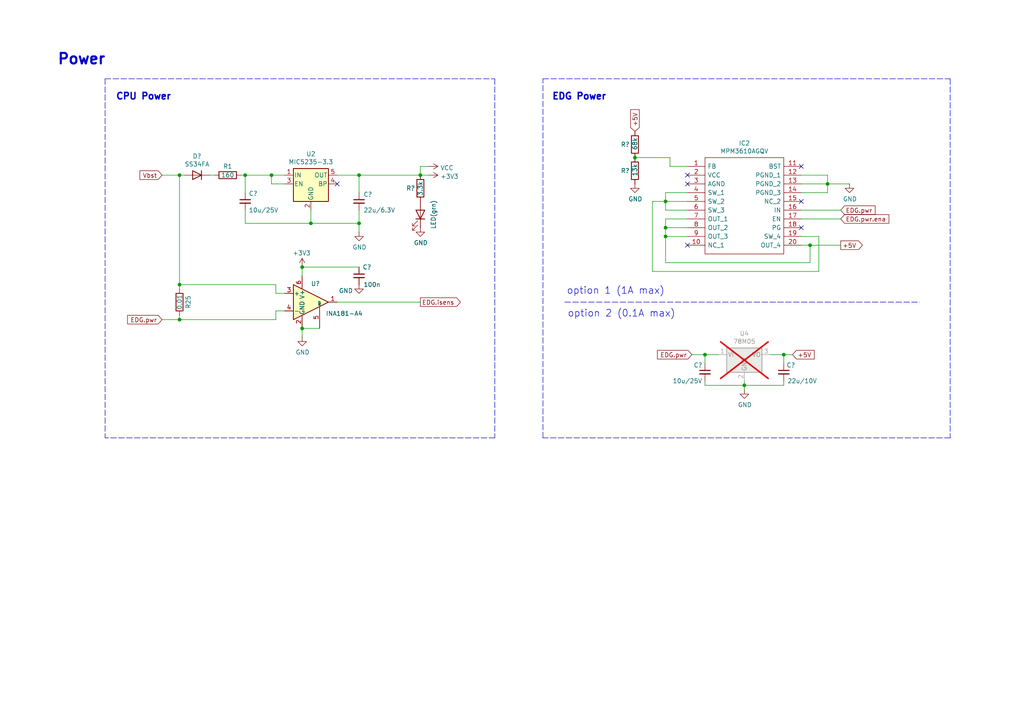
<source format=kicad_sch>
(kicad_sch (version 20250114) (generator "eeschema") (generator_version "9.0")
  (paper "A4")
  (title_block (title "RTB C13 Module") (date "2025-10-14") (rev "3") (company "Frank Schumacher") (comment 1 "Track Sensor"))
  (lib_symbols
    (symbol "Amplifier_Current:INA181" (pin_names (offset 0.127))
      (property "Reference" "U" (at 3.81 3.81 0))
      (property "Value" "INA181" (at 3.81 -2.54 0))
      (symbol "INA181_0_1"
        (polyline (pts (xy 5.08 0) (xy -5.08 5.08) (xy -5.08 -5.08) (xy 5.08 0)) (stroke (width 0.254)) (fill (type background)))
      )
      (symbol "INA181_1_1"
        (pin input line (at -7.62 2.54 0) (length 2.54) (name "+") (number "3"))
        (pin input line (at -7.62 -2.54 0) (length 2.54) (name "-") (number "4"))
        (pin power_in line (at -2.54 7.62 270) (length 3.81) (name "V+") (number "6"))
        (pin power_in line (at -2.54 -7.62 90) (length 3.81) (name "GND") (number "2"))
        (pin input line (at 2.54 -7.62 90) (length 6.35) (name "REF") (number "5"))
        (pin output line (at 7.62 0 180) (length 2.54) (name "~") (number "1"))
      )
    )
    (symbol "Device:C_Small" (pin_numbers (hide yes)) (pin_names (offset 0.254) (hide yes))
      (property "Reference" "C" (at 0.254 1.778 0))
      (property "Value" "C_Small" (at 0.254 -2.032 0))
      (symbol "C_Small_0_1"
        (polyline (pts (xy -1.524 0.508) (xy 1.524 0.508)) (stroke (width 0.3048)))
        (polyline (pts (xy -1.524 -0.508) (xy 1.524 -0.508)) (stroke (width 0.3302)))
      )
      (symbol "C_Small_1_1"
        (pin passive line (at 0 2.54 270) (length 2.032) (name "~") (number "1"))
        (pin passive line (at 0 -2.54 90) (length 2.032) (name "~") (number "2"))
      )
    )
    (symbol "Device:D" (pin_numbers (hide yes)) (pin_names (offset 1.016) (hide yes))
      (property "Reference" "D" (at 0 2.54 0))
      (property "Value" "D" (at 0 -2.54 0))
      (symbol "D_0_1"
        (polyline (pts (xy -1.27 1.27) (xy -1.27 -1.27)) (stroke (width 0.254)))
        (polyline (pts (xy 1.27 1.27) (xy 1.27 -1.27) (xy -1.27 0) (xy 1.27 1.27)) (stroke (width 0.254)))
        (polyline (pts (xy 1.27 0) (xy -1.27 0)))
      )
      (symbol "D_1_1"
        (pin passive line (at -3.81 0 0) (length 2.54) (name "K") (number "1"))
        (pin passive line (at 3.81 0 180) (length 2.54) (name "A") (number "2"))
      )
    )
    (symbol "Device:LED" (pin_numbers (hide yes)) (pin_names (offset 1.016) (hide yes))
      (property "Reference" "D" (at 0 2.54 0))
      (property "Value" "LED" (at 0 -2.54 0))
      (symbol "LED_0_1"
        (polyline (pts (xy -3.048 -0.762) (xy -4.572 -2.286) (xy -3.81 -2.286) (xy -4.572 -2.286) (xy -4.572 -1.524)))
        (polyline (pts (xy -1.778 -0.762) (xy -3.302 -2.286) (xy -2.54 -2.286) (xy -3.302 -2.286) (xy -3.302 -1.524)))
        (polyline (pts (xy -1.27 0) (xy 1.27 0)))
        (polyline (pts (xy -1.27 -1.27) (xy -1.27 1.27)) (stroke (width 0.254)))
        (polyline (pts (xy 1.27 -1.27) (xy 1.27 1.27) (xy -1.27 0) (xy 1.27 -1.27)) (stroke (width 0.254)))
      )
      (symbol "LED_1_1"
        (pin passive line (at -3.81 0 0) (length 2.54) (name "K") (number "1"))
        (pin passive line (at 3.81 0 180) (length 2.54) (name "A") (number "2"))
      )
    )
    (symbol "Device:R" (pin_numbers (hide yes)) (pin_names (offset 0))
      (property "Reference" "R" (at 2.032 0 90))
      (property "Value" "R" (at 0 0 90))
      (symbol "R_0_1"
        (rectangle (start -1.016 -2.54) (end 1.016 2.54) (stroke (width 0.254)))
      )
      (symbol "R_1_1"
        (pin passive line (at 0 3.81 270) (length 1.27) (name "~") (number "1"))
        (pin passive line (at 0 -3.81 90) (length 1.27) (name "~") (number "2"))
      )
    )
    (symbol "RTB:MPM3610AGQV-P" (pin_names (offset 0.762))
      (property "Reference" "IC" (at 29.21 7.62 0))
      (property "Value" "MPM3610AGQV-P" (at 29.21 5.08 0))
      (symbol "MPM3610AGQV-P_0_0"
        (pin passive line (at 0 0 0) (length 5.08) (name "FB") (number "1"))
        (pin passive line (at 0 -2.54 0) (length 5.08) (name "VCC") (number "2"))
        (pin passive line (at 0 -5.08 0) (length 5.08) (name "AGND") (number "3"))
        (pin passive line (at 0 -7.62 0) (length 5.08) (name "SW_1") (number "4"))
        (pin passive line (at 0 -10.16 0) (length 5.08) (name "SW_2") (number "5"))
        (pin passive line (at 0 -12.7 0) (length 5.08) (name "SW_3") (number "6"))
        (pin passive line (at 0 -15.24 0) (length 5.08) (name "OUT_1") (number "7"))
        (pin passive line (at 0 -17.78 0) (length 5.08) (name "OUT_2") (number "8"))
        (pin passive line (at 0 -20.32 0) (length 5.08) (name "OUT_3") (number "9"))
        (pin passive line (at 0 -22.86 0) (length 5.08) (name "NC_1") (number "10"))
        (pin passive line (at 33.02 0 180) (length 5.08) (name "BST") (number "11"))
        (pin passive line (at 33.02 -2.54 180) (length 5.08) (name "PGND_1") (number "12"))
        (pin passive line (at 33.02 -5.08 180) (length 5.08) (name "PGND_2") (number "13"))
        (pin passive line (at 33.02 -7.62 180) (length 5.08) (name "PGND_3") (number "14"))
        (pin passive line (at 33.02 -10.16 180) (length 5.08) (name "NC_2") (number "15"))
        (pin passive line (at 33.02 -12.7 180) (length 5.08) (name "IN") (number "16"))
        (pin passive line (at 33.02 -15.24 180) (length 5.08) (name "EN") (number "17"))
        (pin passive line (at 33.02 -17.78 180) (length 5.08) (name "PG") (number "18"))
        (pin passive line (at 33.02 -20.32 180) (length 5.08) (name "SW_4") (number "19"))
        (pin passive line (at 33.02 -22.86 180) (length 5.08) (name "OUT_4") (number "20"))
      )
      (symbol "MPM3610AGQV-P_0_1"
        (polyline (pts (xy 5.08 2.54) (xy 27.94 2.54) (xy 27.94 -25.4) (xy 5.08 -25.4) (xy 5.08 2.54)) (stroke (width 0.1524)))
      )
    )
    (symbol "Regulator_Linear:KA78M05_TO252" (pin_names (offset 0.254))
      (property "Reference" "U" (at -3.81 3.175 0))
      (property "Value" "KA78M05_TO252" (at 0 3.175 0))
      (symbol "KA78M05_TO252_0_1"
        (rectangle (start -5.08 1.905) (end 5.08 -5.08) (stroke (width 0.254)) (fill (type background)))
      )
      (symbol "KA78M05_TO252_1_1"
        (pin power_in line (at -7.62 0 0) (length 2.54) (name "VI") (number "1"))
        (pin power_in line (at 0 -7.62 90) (length 2.54) (name "GND") (number "2"))
        (pin power_out line (at 7.62 0 180) (length 2.54) (name "VO") (number "3"))
      )
    )
    (symbol "Regulator_Linear:MIC5205-3.3YM5" (pin_names (offset 0.254))
      (property "Reference" "U" (at -3.81 5.715 0))
      (property "Value" "MIC5205-3.3YM5" (at 0 5.715 0))
      (symbol "MIC5205-3.3YM5_0_1"
        (rectangle (start -5.08 4.445) (end 5.08 -5.08) (stroke (width 0.254)) (fill (type background)))
      )
      (symbol "MIC5205-3.3YM5_1_1"
        (pin power_in line (at -7.62 2.54 0) (length 2.54) (name "IN") (number "1"))
        (pin input line (at -7.62 0 0) (length 2.54) (name "EN") (number "3"))
        (pin power_in line (at 0 -7.62 90) (length 2.54) (name "GND") (number "2"))
        (pin power_out line (at 7.62 2.54 180) (length 2.54) (name "OUT") (number "5"))
        (pin input line (at 7.62 0 180) (length 2.54) (name "BP") (number "4"))
      )
    )
    (symbol "power:+3V3" (power) (pin_numbers (hide yes)) (pin_names (offset 0) (hide yes))
      (property "Value" "+3V3" (at 0 3.556 0))
      (symbol "+3V3_0_1"
        (polyline (pts (xy -0.762 1.27) (xy 0 2.54)))
        (polyline (pts (xy 0 2.54) (xy 0.762 1.27)))
        (polyline (pts (xy 0 0) (xy 0 2.54)))
      )
      (symbol "+3V3_1_1"
        (pin power_in line (at 0 0 90) (length 0) (name "~") (number "1"))
      )
    )
    (symbol "power:GND" (power) (pin_numbers (hide yes)) (pin_names (offset 0) (hide yes))
      (property "Value" "GND" (at 0 -3.81 0))
      (symbol "GND_0_1"
        (polyline (pts (xy 0 0) (xy 0 -1.27) (xy 1.27 -1.27) (xy 0 -2.54) (xy -1.27 -1.27) (xy 0 -1.27)))
      )
      (symbol "GND_1_1"
        (pin power_in line (at 0 0 270) (length 0) (name "~") (number "1"))
      )
    )
    (symbol "power:VCC" (power) (pin_numbers (hide yes)) (pin_names (offset 0) (hide yes))
      (property "Value" "VCC" (at 0 3.556 0))
      (symbol "VCC_0_1"
        (polyline (pts (xy -0.762 1.27) (xy 0 2.54)))
        (polyline (pts (xy 0 2.54) (xy 0.762 1.27)))
        (polyline (pts (xy 0 0) (xy 0 2.54)))
      )
      (symbol "VCC_1_1"
        (pin power_in line (at 0 0 90) (length 0) (name "~") (number "1"))
      )
    )
  )
  (text "EDG Power" (at 160.02 29.21 0) (effects (font (size 1.905 1.905) (thickness 0.4013) (bold yes)) (justify left bottom)))
  (text "option 1 (1A max)" (at 164.338 85.598 0) (effects (font (size 2.0066 2.0066)) (justify left bottom)))
  (text "option 2 (0.1A max)" (at 164.592 92.202 0) (effects (font (size 2.0066 2.0066)) (justify left bottom)))
  (text "Power" (at 16.51 19.05 0) (effects (font (size 3.048 3.048) (thickness 0.5994) (bold yes)) (justify left bottom)))
  (text "CPU Power" (at 33.528 29.21 0) (effects (font (size 1.905 1.905) (thickness 0.4013) (bold yes)) (justify left bottom)))
  (junction (at 227.33 102.87))
  (junction (at 52.07 92.71))
  (junction (at 87.63 77.47))
  (junction (at 90.17 64.77))
  (junction (at 193.04 58.42))
  (junction (at 193.04 66.04))
  (junction (at 87.63 95.25))
  (junction (at 215.9 111.76))
  (junction (at 240.03 53.34))
  (junction (at 52.07 50.8))
  (junction (at 234.95 71.12))
  (junction (at 52.07 82.55))
  (junction (at 193.04 68.58))
  (junction (at 78.74 50.8))
  (junction (at 121.92 50.8))
  (junction (at 184.15 45.72))
  (junction (at 104.14 50.8))
  (junction (at 71.12 50.8))
  (junction (at 104.14 64.77))
  (junction (at 204.47 102.87))
  (no_connect (at 199.39 53.34))
  (no_connect (at 232.41 58.42))
  (no_connect (at 232.41 48.26))
  (no_connect (at 232.41 66.04))
  (no_connect (at 199.39 71.12))
  (no_connect (at 97.79 53.34))
  (no_connect (at 199.39 50.8))
  (wire (pts (xy 240.03 53.34) (xy 246.38 53.34)))
  (wire (pts (xy 234.95 71.12) (xy 243.84 71.12)))
  (wire (pts (xy 184.15 45.72) (xy 194.31 45.72)))
  (wire (pts (xy 237.49 78.74) (xy 237.49 68.58)))
  (wire (pts (xy 52.07 50.8) (xy 52.07 82.55)))
  (wire (pts (xy 121.92 48.26) (xy 124.46 48.26)))
  (wire (pts (xy 204.47 102.87) (xy 204.47 105.41)))
  (wire (pts (xy 52.07 82.55) (xy 52.07 83.82)))
  (wire (pts (xy 78.74 50.8) (xy 82.55 50.8)))
  (wire (pts (xy 193.04 63.5) (xy 199.39 63.5)))
  (wire (pts (xy 193.04 55.88) (xy 199.39 55.88)))
  (wire (pts (xy 80.01 90.17) (xy 80.01 92.71)))
  (wire (pts (xy 46.99 50.8) (xy 52.07 50.8)))
  (wire (pts (xy 227.33 102.87) (xy 229.87 102.87)))
  (polyline (pts (xy 30.48 22.86) (xy 30.48 127)) (stroke (width 0) (type dash)))
  (wire (pts (xy 194.31 45.72) (xy 194.31 48.26)))
  (polyline (pts (xy 275.59 22.86) (xy 275.59 127)) (stroke (width 0) (type dash)))
  (polyline (pts (xy 30.48 22.86) (xy 143.51 22.86)) (stroke (width 0) (type dash)))
  (wire (pts (xy 240.03 53.34) (xy 240.03 55.88)))
  (polyline (pts (xy 275.59 127) (xy 157.48 127)) (stroke (width 0) (type dash)))
  (wire (pts (xy 193.04 66.04) (xy 193.04 63.5)))
  (wire (pts (xy 97.79 50.8) (xy 104.14 50.8)))
  (wire (pts (xy 204.47 110.49) (xy 204.47 111.76)))
  (wire (pts (xy 80.01 82.55) (xy 80.01 85.09)))
  (wire (pts (xy 232.41 50.8) (xy 240.03 50.8)))
  (polyline (pts (xy 163.83 87.63) (xy 266.7 87.63)) (stroke (width 0) (type dash)))
  (wire (pts (xy 232.41 60.96) (xy 243.84 60.96)))
  (wire (pts (xy 215.9 111.76) (xy 227.33 111.76)))
  (wire (pts (xy 193.04 68.58) (xy 193.04 76.2)))
  (wire (pts (xy 71.12 55.88) (xy 71.12 50.8)))
  (wire (pts (xy 97.79 87.63) (xy 121.92 87.63)))
  (wire (pts (xy 71.12 64.77) (xy 90.17 64.77)))
  (wire (pts (xy 237.49 68.58) (xy 232.41 68.58)))
  (wire (pts (xy 87.63 95.25) (xy 92.71 95.25)))
  (wire (pts (xy 240.03 50.8) (xy 240.03 53.34)))
  (wire (pts (xy 189.23 78.74) (xy 237.49 78.74)))
  (wire (pts (xy 87.63 97.79) (xy 87.63 95.25)))
  (wire (pts (xy 46.99 92.71) (xy 52.07 92.71)))
  (wire (pts (xy 80.01 92.71) (xy 52.07 92.71)))
  (wire (pts (xy 193.04 58.42) (xy 193.04 55.88)))
  (wire (pts (xy 90.17 64.77) (xy 104.14 64.77)))
  (wire (pts (xy 243.84 63.5) (xy 232.41 63.5)))
  (wire (pts (xy 90.17 60.96) (xy 90.17 64.77)))
  (wire (pts (xy 193.04 76.2) (xy 234.95 76.2)))
  (wire (pts (xy 227.33 110.49) (xy 227.33 111.76)))
  (wire (pts (xy 215.9 111.76) (xy 215.9 113.03)))
  (wire (pts (xy 240.03 55.88) (xy 232.41 55.88)))
  (wire (pts (xy 82.55 90.17) (xy 80.01 90.17)))
  (wire (pts (xy 87.63 77.47) (xy 104.14 77.47)))
  (wire (pts (xy 189.23 58.42) (xy 189.23 78.74)))
  (wire (pts (xy 69.85 50.8) (xy 71.12 50.8)))
  (polyline (pts (xy 157.48 127) (xy 157.48 22.86)) (stroke (width 0) (type dash)))
  (wire (pts (xy 199.39 58.42) (xy 193.04 58.42)))
  (wire (pts (xy 223.52 102.87) (xy 227.33 102.87)))
  (wire (pts (xy 52.07 50.8) (xy 53.34 50.8)))
  (wire (pts (xy 52.07 82.55) (xy 80.01 82.55)))
  (wire (pts (xy 194.31 48.26) (xy 199.39 48.26)))
  (wire (pts (xy 204.47 111.76) (xy 215.9 111.76)))
  (wire (pts (xy 121.92 50.8) (xy 124.46 50.8)))
  (wire (pts (xy 193.04 58.42) (xy 189.23 58.42)))
  (wire (pts (xy 193.04 60.96) (xy 193.04 58.42)))
  (wire (pts (xy 80.01 85.09) (xy 82.55 85.09)))
  (wire (pts (xy 204.47 102.87) (xy 208.28 102.87)))
  (polyline (pts (xy 143.51 22.86) (xy 143.51 127)) (stroke (width 0) (type dash)))
  (wire (pts (xy 71.12 50.8) (xy 78.74 50.8)))
  (wire (pts (xy 104.14 64.77) (xy 104.14 67.31)))
  (polyline (pts (xy 143.51 127) (xy 30.48 127)) (stroke (width 0) (type dash)))
  (wire (pts (xy 104.14 60.96) (xy 104.14 64.77)))
  (polyline (pts (xy 157.48 22.86) (xy 275.59 22.86)) (stroke (width 0) (type dash)))
  (wire (pts (xy 78.74 53.34) (xy 78.74 50.8)))
  (wire (pts (xy 87.63 77.47) (xy 87.63 80.01)))
  (wire (pts (xy 71.12 60.96) (xy 71.12 64.77)))
  (wire (pts (xy 52.07 91.44) (xy 52.07 92.71)))
  (wire (pts (xy 104.14 55.88) (xy 104.14 50.8)))
  (wire (pts (xy 199.39 60.96) (xy 193.04 60.96)))
  (wire (pts (xy 193.04 68.58) (xy 193.04 66.04)))
  (wire (pts (xy 227.33 102.87) (xy 227.33 105.41)))
  (wire (pts (xy 60.96 50.8) (xy 62.23 50.8)))
  (wire (pts (xy 234.95 76.2) (xy 234.95 71.12)))
  (wire (pts (xy 215.9 110.49) (xy 215.9 111.76)))
  (wire (pts (xy 193.04 66.04) (xy 199.39 66.04)))
  (wire (pts (xy 82.55 53.34) (xy 78.74 53.34)))
  (wire (pts (xy 232.41 53.34) (xy 240.03 53.34)))
  (wire (pts (xy 200.66 102.87) (xy 204.47 102.87)))
  (wire (pts (xy 199.39 68.58) (xy 193.04 68.58)))
  (wire (pts (xy 121.92 50.8) (xy 121.92 48.26)))
  (wire (pts (xy 104.14 50.8) (xy 121.92 50.8)))
  (wire (pts (xy 234.95 71.12) (xy 232.41 71.12)))
  (global_label "Vbst" (shape input) (at 46.99 50.8 180) (property "Intersheetrefs" "${INTERSHEET_REFS}" (effects (hide yes))))
  (global_label "+5V" (shape output) (at 243.84 71.12 0) (property "Intersheetrefs" "${INTERSHEET_REFS}" (effects (hide yes))))
  (global_label "EDG.pwr.ena" (shape input) (at 243.84 63.5 0) (property "Intersheetrefs" "${INTERSHEET_REFS}" (effects (hide yes))))
  (global_label "+5V" (shape input) (at 229.87 102.87 0) (property "Intersheetrefs" "${INTERSHEET_REFS}" (effects (hide yes))))
  (global_label "EDG.pwr" (shape input) (at 243.84 60.96 0) (property "Intersheetrefs" "${INTERSHEET_REFS}" (effects (hide yes))))
  (global_label "+5V" (shape input) (at 184.15 38.1 90) (property "Intersheetrefs" "${INTERSHEET_REFS}" (effects (hide yes))))
  (global_label "EDG.pwr" (shape input) (at 46.99 92.71 180) (property "Intersheetrefs" "${INTERSHEET_REFS}" (effects (hide yes))))
  (global_label "EDG.pwr" (shape input) (at 200.66 102.87 180) (property "Intersheetrefs" "${INTERSHEET_REFS}" (effects (hide yes))))
  (global_label "EDG.isens" (shape output) (at 121.92 87.63 0) (property "Intersheetrefs" "${INTERSHEET_REFS}" (effects (hide yes))))
  (symbol (lib_id "power:GND") (at 104.14 67.31 0) (unit 1)
    (property "Reference" "#PWR0105" (effects (hide yes)))
    (property "Value" "GND" (at 104.267 71.7042 0))
    (instances (project "" (path "" (reference "#PWR?") (unit 1)) (path "" (reference "#PWR0105") (unit 1))))
  )
  (symbol (lib_id "Device:C_Small") (at 104.14 58.42 0) (unit 1)
    (property "Reference" "C12" (at 105.41 56.388 0) (effects (justify left)))
    (property "Value" "22u/6.3V" (at 105.41 60.96 0) (effects (justify left)))
    (property "Footprint" "Capacitor_SMD:C_0805_2012Metric" (effects (hide yes)))
    (property "Description" "22uF 25V X5R ±20% 0805 Multilayer Ceramic Capacitors MLCC - SMD/SMT ROHS" (effects (hide yes)))
    (property "LCSC Part #" "C45783" (effects (hide yes)))
    (instances (project "" (path "" (reference "C?") (unit 1)) (path "" (reference "C12") (unit 1))))
  )
  (symbol (lib_id "Device:D") (at 57.15 50.8 180) (unit 1)
    (property "Reference" "D1" (at 57.15 45.3136 0))
    (property "Value" "SS34FA" (at 57.15 47.625 0))
    (property "Footprint" "Diode_SMD:D_SOD-123F" (effects (hide yes)))
    (property "Description" "-55℃~+125℃ 3A 40V 500uA@40V 550mV@3A 80A SOD-123F Schottky Diodes ROHS" (effects (hide yes)))
    (property "LCSC Part #" "C84632" (effects (hide yes)))
    (instances (project "" (path "" (reference "D?") (unit 1)) (path "" (reference "D1") (unit 1))))
  )
  (symbol (lib_id "Device:LED") (at 121.92 62.23 270) (mirror x) (unit 1) (in_bom no)
    (property "Reference" "D2" (effects (hide yes)))
    (property "Value" "LED(grn)" (at 125.73 62.23 0))
    (property "Footprint" "LED_SMD:LED_0603_1608Metric" (effects (hide yes)))
    (instances (project "" (path "" (reference "D?") (unit 1)) (path "" (reference "D2") (unit 1))))
  )
  (symbol (lib_id "Device:R") (at 121.92 54.61 180) (unit 1)
    (property "Reference" "R72" (at 120.396 54.61 0) (effects (justify left)))
    (property "Value" "3.3k" (at 121.92 52.578 90) (effects (justify left)))
    (property "Footprint" "Resistor_SMD:R_0603_1608Metric" (effects (hide yes)))
    (property "Description" "-55℃~+155℃ 100mW 3.3kΩ 75V Thick Film Resistor ±1% ±100ppm/℃ 0603 Chip Resistor - Surface Mount ROHS" (effects (hide yes)))
    (property "LCSC Part #" "C22978" (effects (hide yes)))
    (instances (project "" (path "" (reference "R?") (unit 1)) (path "" (reference "R72") (unit 1))))
  )
  (symbol (lib_id "Device:C_Small") (at 71.12 58.42 0) (unit 1)
    (property "Reference" "C27" (at 72.136 56.134 0) (effects (justify left)))
    (property "Value" "10u/25V" (at 72.136 60.96 0) (effects (justify left)))
    (property "Footprint" "Capacitor_SMD:C_0805_2012Metric" (effects (hide yes)))
    (property "Description" "10uF 50V X5R ±10% 0805 Multilayer Ceramic Capacitors MLCC - SMD/SMT ROHS" (effects (hide yes)))
    (property "LCSC Part #" "C440198" (effects (hide yes)))
    (instances (project "" (path "" (reference "C?") (unit 1)) (path "" (reference "C27") (unit 1))))
  )
  (symbol (lib_id "power:+3V3") (at 124.46 50.8 270) (unit 1)
    (property "Reference" "#PWR0160" (effects (hide yes)))
    (property "Value" "+3V3" (at 127.7112 51.181 90) (effects (justify left)))
  )
  (symbol (lib_id "power:VCC") (at 124.46 48.26 270) (unit 1)
    (property "Reference" "#PWR0161" (effects (hide yes)))
    (property "Value" "VCC" (at 127.7112 48.6918 90) (effects (justify left)))
  )
  (symbol (lib_id "Regulator_Linear:MIC5205-3.3YM5") (at 90.17 53.34 0) (unit 1)
    (property "Reference" "U2" (at 90.17 44.6532 0))
    (property "Value" "MIC5235-3.3" (at 90.17 46.9646 0))
    (property "Footprint" "Package_TO_SOT_SMD:SOT-23-5" (effects (hide yes)))
    (property "Datasheet" "http://ww1.microchip.com/downloads/en/devicedoc/mic5235.pdf" (effects (hide yes)))
    (property "Description" "-40℃~+125℃@(Tj) 1 150mA 18uA 24V 3.3V 310mV@(150mA) Fixed Over Current Protection Positive SOT-23-5 Voltage Regulators - Linear, Low Drop Out (LDO)" (effects (hide yes)))
    (property "LCSC Part #" "C89886" (effects (hide yes)))
  )
  (symbol (lib_id "Device:R") (at 66.04 50.8 270) (unit 1)
    (property "Reference" "R1" (at 66.04 48.26 90))
    (property "Value" "160" (at 66.04 50.8 90))
    (property "Footprint" "Resistor_SMD:R_0805_2012Metric" (effects (hide yes)))
    (property "Description" "-55℃~+155℃ 125mW 150V 160Ω Thick Film Resistor ±1% ±100ppm/℃ 0805 Chip Resistor - Surface Mount ROHS" (effects (hide yes)))
    (property "LCSC Part #" "C17471" (effects (hide yes)))
  )
  (symbol (lib_id "power:GND") (at 121.92 66.04 0) (unit 1)
    (property "Reference" "#PWR0101" (effects (hide yes)))
    (property "Value" "GND" (at 122.047 70.4342 0))
    (instances (project "" (path "" (reference "#PWR?") (unit 1)) (path "" (reference "#PWR0101") (unit 1))))
  )
  (symbol (lib_id "Device:C_Small") (at 227.33 107.95 0) (unit 1)
    (property "Reference" "C7" (at 228.092 105.918 0) (effects (justify left)))
    (property "Value" "22u/10V" (at 228.346 110.49 0) (effects (justify left)))
    (property "Footprint" "Capacitor_SMD:C_1206_3216Metric" (effects (hide yes)))
    (property "Description" "22uF 25V X5R ±10% 1206 Multilayer Ceramic Capacitors MLCC - SMD/SMT ROHS" (effects (hide yes)))
    (property "LCSC Part #" "C12891" (effects (hide yes)))
    (instances (project "" (path "" (reference "C?") (unit 1)) (path "" (reference "C7") (unit 1))))
  )
  (symbol (lib_id "Device:C_Small") (at 204.47 107.95 0) (unit 1)
    (property "Reference" "C8" (at 201.168 105.918 0) (effects (justify left)))
    (property "Value" "10u/25V" (at 195.072 110.49 0) (effects (justify left)))
    (property "Footprint" "Capacitor_SMD:C_1206_3216Metric" (effects (hide yes)))
    (property "Description" "10uF 50V X5R ±10% 1206 Multilayer Ceramic Capacitors MLCC - SMD/SMT ROHS" (effects (hide yes)))
    (property "LCSC Part #" "C13585" (effects (hide yes)))
    (instances (project "" (path "" (reference "C?") (unit 1)) (path "" (reference "C8") (unit 1))))
  )
  (symbol (lib_id "Device:R") (at 52.07 87.63 180) (unit 1)
    (property "Reference" "R25" (at 54.61 87.63 90))
    (property "Value" "0.01" (at 52.07 87.63 90))
    (property "Footprint" "Resistor_SMD:R_1206_3216Metric" (effects (hide yes)))
    (property "Description" "0.01Ω 1W Current Sense Resistor ±1% ±100ppm/℃ 1206 Current Sense Resistors / Shunt Resistors ROHS" (effects (hide yes)))
    (property "LCSC Part #" "C308574" (effects (hide yes)))
  )
  (symbol (lib_id "Amplifier_Current:INA181") (at 90.17 87.63 0) (unit 1)
    (property "Reference" "U16" (at 90.17 82.296 0) (effects (justify left)))
    (property "Value" "INA181-A4" (at 94.488 90.932 0) (effects (justify left)))
    (property "Footprint" "Package_TO_SOT_SMD:SOT-23-6" (effects (hide yes)))
    (property "Datasheet" "http://www.ti.com/lit/ds/symlink/ina181.pdf" (effects (hide yes)))
    (property "Description" "-200mV~26V -40℃~+125℃ 1 150kHz 200V/V SOT-23-6 Current Sense Amplifiers ROHS" (effects (hide yes)))
    (property "LCSC Part #" "C2058842" (effects (hide yes)))
    (instances (project "" (path "" (reference "U?") (unit 1)) (path "" (reference "U16") (unit 1))))
  )
  (symbol (lib_id "power:GND") (at 87.63 97.79 0) (unit 1)
    (property "Reference" "#PWR0127" (effects (hide yes)))
    (property "Value" "GND" (at 87.757 102.1842 0))
    (instances (project "" (path "" (reference "#PWR?") (unit 1)) (path "" (reference "#PWR0127") (unit 1))))
  )
  (symbol (lib_id "power:+3V3") (at 87.63 77.47 0) (unit 1)
    (property "Reference" "#PWR0132" (effects (hide yes)))
    (property "Value" "+3V3" (at 84.836 73.406 0) (effects (justify left)))
  )
  (symbol (lib_id "Device:C_Small") (at 104.14 80.01 0) (unit 1)
    (property "Reference" "C10" (at 105.156 77.47 0) (effects (justify left)))
    (property "Value" "100n" (at 105.41 82.55 0) (effects (justify left)))
    (property "Footprint" "Capacitor_SMD:C_0402_1005Metric" (effects (hide yes)))
    (property "Description" "100nF 16V X7R ±10% 0402 Multilayer Ceramic Capacitors MLCC - SMD/SMT ROHS" (effects (hide yes)))
    (property "LCSC Part #" "C1525" (effects (hide yes)))
    (instances (project "" (path "" (reference "C?") (unit 1)) (path "" (reference "C10") (unit 1))))
  )
  (symbol (lib_id "RTB:MPM3610AGQV-P") (at 199.39 48.26 0) (unit 1)
    (property "Reference" "IC2" (at 215.9 41.529 0))
    (property "Value" "MPM3610AGQV" (at 215.9 43.8404 0))
    (property "Footprint" "RTB:MPM3610AGQVP" (effects (hide yes)))
    (property "Datasheet" "https://www.monolithicpower.com/pub/media/document/MPM3610A_r1.0.pdf" (effects (hide yes)))
    (property "Description" "Switching Voltage Regulators 21V/1.2A DC/DC Mini-Module Regulator with Integrated Inductor" (effects (hide yes)))
    (property "LCSC Part #" "C5173872" (effects (hide yes)))
  )
  (symbol (lib_id "power:GND") (at 246.38 53.34 0) (unit 1)
    (property "Reference" "#PWR0134" (effects (hide yes)))
    (property "Value" "GND" (at 246.507 57.7342 0))
    (instances (project "" (path "" (reference "#PWR?") (unit 1)) (path "" (reference "#PWR0134") (unit 1))))
  )
  (symbol (lib_id "power:GND") (at 184.15 53.34 0) (unit 1)
    (property "Reference" "#PWR0136" (effects (hide yes)))
    (property "Value" "GND" (at 184.277 57.7342 0))
    (instances (project "" (path "" (reference "#PWR?") (unit 1)) (path "" (reference "#PWR0136") (unit 1))))
  )
  (symbol (lib_id "Device:R") (at 184.15 49.53 180) (unit 1)
    (property "Reference" "R30" (at 182.626 49.53 0) (effects (justify left)))
    (property "Value" "13k" (at 184.15 47.498 90) (effects (justify left)))
    (property "Footprint" "Resistor_SMD:R_0402_1005Metric" (effects (hide yes)))
    (property "Description" "-55℃~+155℃ 13kΩ 50V 62.5mW Thick Film Resistor ±1% ±100ppm/℃ 0402 Chip Resistor - Surface Mount ROHS" (effects (hide yes)))
    (property "LCSC Part #" "C25754" (effects (hide yes)))
    (instances (project "" (path "" (reference "R?") (unit 1)) (path "" (reference "R30") (unit 1))))
  )
  (symbol (lib_id "Device:R") (at 184.15 41.91 180) (unit 1)
    (property "Reference" "R29" (at 182.626 41.91 0) (effects (justify left)))
    (property "Value" "68k" (at 184.15 39.878 90) (effects (justify left)))
    (property "Footprint" "Resistor_SMD:R_0402_1005Metric" (effects (hide yes)))
    (property "Description" "-55℃~+155℃ 50V 62.5mW 68kΩ Thick Film Resistor ±1% ±100ppm/℃ 0402 Chip Resistor - Surface Mount ROHS" (effects (hide yes)))
    (property "LCSC Part #" "C36871" (effects (hide yes)))
    (instances (project "" (path "" (reference "R?") (unit 1)) (path "" (reference "R29") (unit 1))))
  )
  (symbol (lib_id "Regulator_Linear:KA78M05_TO252") (at 215.9 102.87 0) (unit 1) (in_bom no) (on_board no) (dnp yes)
    (property "Reference" "U4" (at 215.9 96.7232 0))
    (property "Value" "78M05" (at 215.9 99.0346 0))
    (property "Footprint" "Package_TO_SOT_SMD:TO-252-2" (effects (hide yes)))
    (property "Datasheet" "https://www.onsemi.com/pub/Collateral/MC78M00-D.PDF" (effects (hide yes)))
  )
  (symbol (lib_id "power:GND") (at 215.9 113.03 0) (unit 1)
    (property "Reference" "#PWR0137" (effects (hide yes)))
    (property "Value" "GND" (at 216.027 117.4242 0))
    (instances (project "" (path "" (reference "#PWR?") (unit 1)) (path "" (reference "#PWR0137") (unit 1))))
  )
  (symbol (lib_id "power:GND") (at 104.14 82.55 0) (unit 1)
    (property "Reference" "#PWR01" (effects (hide yes)))
    (property "Value" "GND" (at 100.33 84.328 0))
  )
)
</source>
